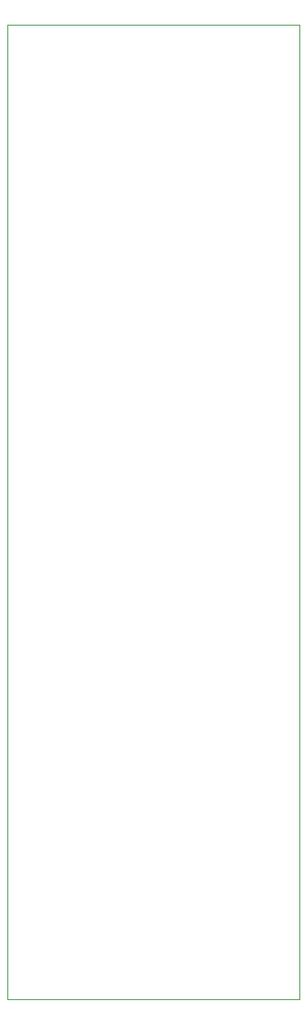
<source format=gbr>
%TF.GenerationSoftware,KiCad,Pcbnew,(5.1.6)-1*%
%TF.CreationDate,2021-02-15T17:49:45+00:00*%
%TF.ProjectId,p3module,70336d6f-6475-46c6-952e-6b696361645f,rev?*%
%TF.SameCoordinates,Original*%
%TF.FileFunction,Profile,NP*%
%FSLAX46Y46*%
G04 Gerber Fmt 4.6, Leading zero omitted, Abs format (unit mm)*
G04 Created by KiCad (PCBNEW (5.1.6)-1) date 2021-02-15 17:49:45*
%MOMM*%
%LPD*%
G01*
G04 APERTURE LIST*
%TA.AperFunction,Profile*%
%ADD10C,0.050000*%
%TD*%
G04 APERTURE END LIST*
D10*
X35000000Y-45000000D02*
X65000000Y-45000000D01*
X35000000Y-145000000D02*
X35000000Y-45000000D01*
X65000000Y-145000000D02*
X35000000Y-145000000D01*
X65000000Y-45000000D02*
X65000000Y-145000000D01*
M02*

</source>
